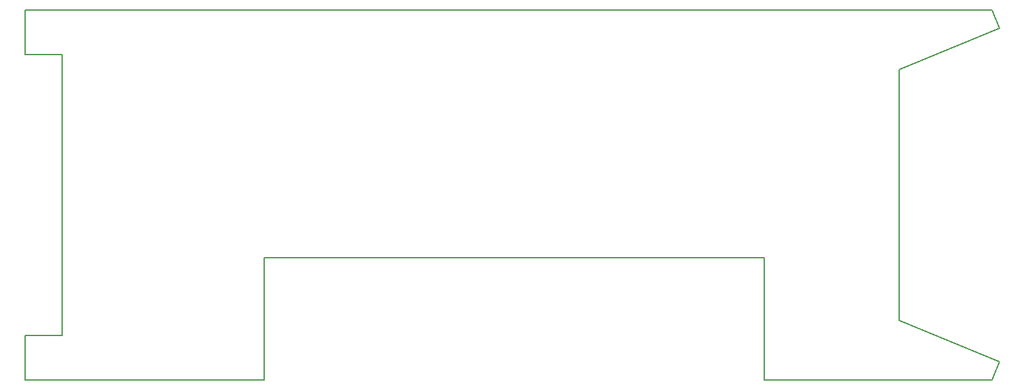
<source format=gbr>
G04 #@! TF.FileFunction,Profile,NP*
%FSLAX46Y46*%
G04 Gerber Fmt 4.6, Leading zero omitted, Abs format (unit mm)*
G04 Created by KiCad (PCBNEW 4.0.2+dfsg1-stable) date mer. 17 juil. 2019 11:13:31 CEST*
%MOMM*%
G01*
G04 APERTURE LIST*
%ADD10C,0.100000*%
%ADD11C,0.150000*%
G04 APERTURE END LIST*
D10*
D11*
X82750000Y-86000000D02*
X82750000Y-80000000D01*
X87750000Y-86000000D02*
X82750000Y-86000000D01*
X87750000Y-124000000D02*
X87750000Y-86000000D01*
X82750000Y-124000000D02*
X87750000Y-124000000D01*
X82750000Y-124000000D02*
X82750000Y-130000000D01*
X115000000Y-130000000D02*
X82750000Y-130000000D01*
X115000000Y-113500000D02*
X115000000Y-130000000D01*
X182500000Y-113500000D02*
X115000000Y-113500000D01*
X182500000Y-130000000D02*
X182500000Y-113500000D01*
X213210000Y-130000000D02*
X182500000Y-130000000D01*
X214240000Y-127520000D02*
X213210000Y-130000000D01*
X200750000Y-121920000D02*
X214240000Y-127520000D01*
X200750000Y-88080000D02*
X200750000Y-121920000D01*
X214240000Y-82480000D02*
X200750000Y-88080000D01*
X213210000Y-80000000D02*
X214240000Y-82480000D01*
X82750000Y-80000000D02*
X213210000Y-80000000D01*
M02*

</source>
